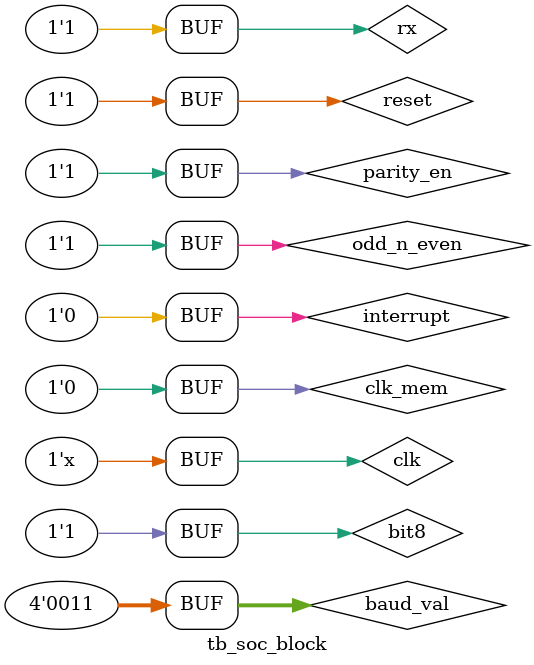
<source format=v>
`timescale 1ns / 1ps


module tb_soc_block;

	// Inputs
	reg clk;
	reg reset;
	reg rx;
	reg interrupt;
	reg bit8;
	reg parity_en;
	reg odd_n_even;
	reg [3:0] baud_val;
	reg clk_mem;
	
	// Outputs
	wire tx;
	wire interrupt_ack;
	wire [22:0] addr_mem_mem_interface;
	wire [6:0] control_mem;
	wire [2:0] zero;
	
	// Bidirs
	wire [15:0] data_mem_mem_interface;
	
	// Instantiate the Unit Under Test (UUT)
	soc_block uut (
		.clk(clk), 
		.reset(reset), 
		.tx(tx), 
		.rx(rx), 
		.interrupt(interrupt), 
		.interrupt_ack(interrupt_ack), 
		.bit8(bit8), 
		.parity_en(parity_en), 
		.odd_n_even(odd_n_even), 
		.baud_val(baud_val), 
		.addr_mem_mem_interface(addr_mem_mem_interface), 
		.data_mem_mem_interface(data_mem_mem_interface), 
		.control_mem(control_mem),
		.clk_mem(clk_mem), 
		.zero(zero)
	);
	
	always
		#5 clk = ~clk;
		
	initial begin
		// Initialize Inputs
		clk_mem = 0;
		clk = 0;
		reset = 0;
		rx = 1;
		interrupt = 0;
		bit8 = 1;
		parity_en = 1;
		odd_n_even = 1;
		baud_val = 1011;
		
		#20;
		reset=1;
		// Wait 100 ns for global reset to finish
		#1000;
        
		// Add stimulus here

	end
      
endmodule


</source>
